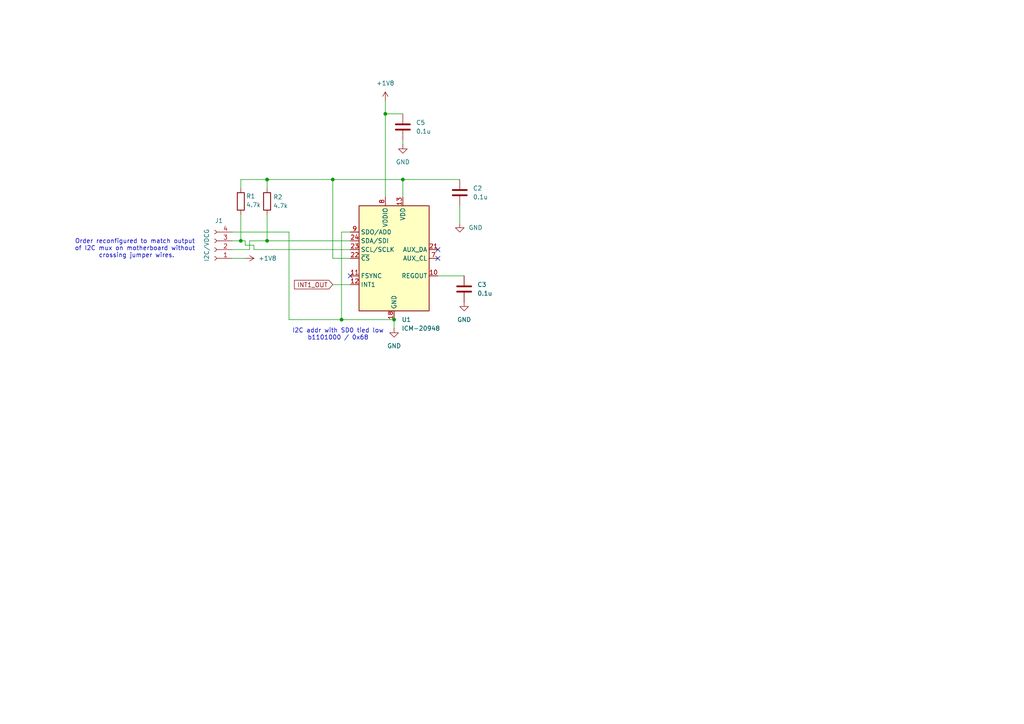
<source format=kicad_sch>
(kicad_sch (version 20231120) (generator "eeschema") (generator_version "8.0")
  (paper "A4")
  (title_block (title "IMU Module") (rev "1") (company "Capstone C6") (comment 1 "Anson Bridges"))
  (lib_symbols
    (symbol "Connector:Conn_01x04_Socket" (pin_names (offset 1.016) hide)
      (property "Reference" "J" (at 0 5.08 0))
      (property "Value" "Conn_01x04_Socket" (at 0 -7.62 0))
      (symbol "Conn_01x04_Socket_1_1"
        (arc (start 0 -4.572) (mid -0.5058 -5.08) (end 0 -5.588) (stroke (width 0.1524)))
        (arc (start 0 -2.032) (mid -0.5058 -2.54) (end 0 -3.048) (stroke (width 0.1524)))
        (polyline (pts (xy -1.27 -5.08) (xy -0.508 -5.08)) (stroke (width 0.1524)))
        (polyline (pts (xy -1.27 -2.54) (xy -0.508 -2.54)) (stroke (width 0.1524)))
        (polyline (pts (xy -1.27 0) (xy -0.508 0)) (stroke (width 0.1524)))
        (polyline (pts (xy -1.27 2.54) (xy -0.508 2.54)) (stroke (width 0.1524)))
        (arc (start 0 0.508) (mid -0.5058 0) (end 0 -0.508) (stroke (width 0.1524)))
        (arc (start 0 3.048) (mid -0.5058 2.54) (end 0 2.032) (stroke (width 0.1524)))
        (pin passive line (at -5.08 2.54 0) (length 3.81) (name "Pin_1") (number "1"))
        (pin passive line (at -5.08 0 0) (length 3.81) (name "Pin_2") (number "2"))
        (pin passive line (at -5.08 -2.54 0) (length 3.81) (name "Pin_3") (number "3"))
        (pin passive line (at -5.08 -5.08 0) (length 3.81) (name "Pin_4") (number "4"))
      )
    )
    (symbol "Device:C" (pin_numbers hide) (pin_names (offset 0.254))
      (property "Reference" "C" (at 0.635 2.54 0))
      (property "Value" "C" (at 0.635 -2.54 0))
      (symbol "C_0_1"
        (polyline (pts (xy -2.032 -0.762) (xy 2.032 -0.762)) (stroke (width 0.508)))
        (polyline (pts (xy -2.032 0.762) (xy 2.032 0.762)) (stroke (width 0.508)))
      )
      (symbol "C_1_1"
        (pin passive line (at 0 3.81 270) (length 2.794) (name "~") (number "1"))
        (pin passive line (at 0 -3.81 90) (length 2.794) (name "~") (number "2"))
      )
    )
    (symbol "Device:R" (pin_numbers hide) (pin_names (offset 0))
      (property "Reference" "R" (at 2.032 0 90))
      (property "Value" "R" (at 0 0 90))
      (symbol "R_0_1"
        (rectangle (start -1.016 -2.54) (end 1.016 2.54) (stroke (width 0.254)))
      )
      (symbol "R_1_1"
        (pin passive line (at 0 3.81 270) (length 1.27) (name "~") (number "1"))
        (pin passive line (at 0 -3.81 90) (length 1.27) (name "~") (number "2"))
      )
    )
    (symbol "Sensor_Motion:ICM-20948"
      (property "Reference" "U" (at -11.43 16.51 0))
      (property "Value" "ICM-20948" (at 7.62 -16.51 0))
      (symbol "ICM-20948_0_1"
        (rectangle (start -10.16 15.24) (end 10.16 -15.24) (stroke (width 0.254)) (fill (type background)))
      )
      (symbol "ICM-20948_1_1"
        (pin no_connect line (at -10.16 12.7 0) (length 2.54) hide (name "NC") (number "1"))
        (pin passive line (at 12.7 -5.08 180) (length 2.54) (name "REGOUT") (number "10"))
        (pin input line (at -12.7 -5.08 0) (length 2.54) (name "FSYNC") (number "11"))
        (pin output line (at -12.7 -7.62 0) (length 2.54) (name "INT1") (number "12"))
        (pin power_in line (at 2.54 17.78 270) (length 2.54) (name "VDD") (number "13"))
        (pin no_connect line (at 10.16 7.62 180) (length 2.54) hide (name "NC") (number "14"))
        (pin no_connect line (at 10.16 5.08 180) (length 2.54) hide (name "NC") (number "15"))
        (pin no_connect line (at 10.16 -7.62 180) (length 2.54) hide (name "NC") (number "16"))
        (pin no_connect line (at 10.16 -10.16 180) (length 2.54) hide (name "NC") (number "17"))
        (pin power_in line (at 0 -17.78 90) (length 2.54) (name "GND") (number "18"))
        (pin no_connect line (at 10.16 -12.7 180) (length 2.54) hide (name "RESV") (number "19"))
        (pin no_connect line (at -10.16 10.16 0) (length 2.54) hide (name "NC") (number "2"))
        (pin passive line (at 0 -17.78 90) (length 2.54) hide (name "GND") (number "20"))
        (pin bidirectional line (at 12.7 2.54 180) (length 2.54) (name "AUX_DA") (number "21"))
        (pin input line (at -12.7 0 0) (length 2.54) (name "~{CS}") (number "22"))
        (pin input line (at -12.7 2.54 0) (length 2.54) (name "SCL/SCLK") (number "23"))
        (pin bidirectional line (at -12.7 5.08 0) (length 2.54) (name "SDA/SDI") (number "24"))
        (pin no_connect line (at -10.16 -2.54 0) (length 2.54) hide (name "NC") (number "3"))
        (pin no_connect line (at -10.16 -10.16 0) (length 2.54) hide (name "NC") (number "4"))
        (pin no_connect line (at -10.16 -12.7 0) (length 2.54) hide (name "NC") (number "5"))
        (pin no_connect line (at 10.16 10.16 180) (length 2.54) hide (name "NC") (number "6"))
        (pin output line (at 12.7 0 180) (length 2.54) (name "AUX_CL") (number "7"))
        (pin power_in line (at -2.54 17.78 270) (length 2.54) (name "VDDIO") (number "8"))
        (pin bidirectional line (at -12.7 7.62 0) (length 2.54) (name "SDO/AD0") (number "9"))
      )
    )
    (symbol "power:+1V8" (power) (pin_numbers hide) (pin_names (offset 0) hide)
      (property "Value" "+1V8" (at 0 3.556 0))
      (symbol "+1V8_0_1"
        (polyline (pts (xy -0.762 1.27) (xy 0 2.54)))
        (polyline (pts (xy 0 0) (xy 0 2.54)))
        (polyline (pts (xy 0 2.54) (xy 0.762 1.27)))
      )
      (symbol "+1V8_1_1"
        (pin power_in line (at 0 0 90) (length 0) (name "~") (number "1"))
      )
    )
    (symbol "power:GND" (power) (pin_numbers hide) (pin_names (offset 0) hide)
      (property "Value" "GND" (at 0 -3.81 0))
      (symbol "GND_0_1"
        (polyline (pts (xy 0 0) (xy 0 -1.27) (xy 1.27 -1.27) (xy 0 -2.54) (xy -1.27 -1.27) (xy 0 -1.27)))
      )
      (symbol "GND_1_1"
        (pin power_in line (at 0 0 270) (length 0) (name "~") (number "1"))
      )
    )
  )
  (junction (at 111.76 33.02))
  (junction (at 69.85 69.85))
  (junction (at 77.47 69.85))
  (junction (at 96.52 52.07))
  (junction (at 99.06 92.71))
  (junction (at 114.3 92.71))
  (junction (at 77.47 52.07))
  (junction (at 116.84 52.07))
  (no_connect (at 127 74.93))
  (no_connect (at 127 72.39))
  (no_connect (at 101.6 80.01))
  (wire (pts (xy 71.12 69.85) (xy 71.12 71.12)))
  (wire (pts (xy 99.06 67.31) (xy 99.06 92.71)))
  (wire (pts (xy 72.39 72.39) (xy 67.31 72.39)))
  (wire (pts (xy 69.85 52.07) (xy 77.47 52.07)))
  (wire (pts (xy 111.76 33.02) (xy 111.76 57.15)))
  (wire (pts (xy 99.06 92.71) (xy 114.3 92.71)))
  (wire (pts (xy 69.85 69.85) (xy 71.12 69.85)))
  (wire (pts (xy 116.84 52.07) (xy 133.35 52.07)))
  (wire (pts (xy 133.35 59.69) (xy 133.35 64.77)))
  (wire (pts (xy 114.3 92.71) (xy 114.3 95.25)))
  (wire (pts (xy 96.52 74.93) (xy 101.6 74.93)))
  (wire (pts (xy 67.31 67.31) (xy 83.82 67.31)))
  (wire (pts (xy 116.84 40.64) (xy 116.84 41.91)))
  (wire (pts (xy 73.66 71.12) (xy 73.66 72.39)))
  (wire (pts (xy 67.31 69.85) (xy 69.85 69.85)))
  (wire (pts (xy 67.31 74.93) (xy 71.12 74.93)))
  (wire (pts (xy 71.12 71.12) (xy 73.66 71.12)))
  (wire (pts (xy 77.47 54.61) (xy 77.47 52.07)))
  (wire (pts (xy 101.6 67.31) (xy 99.06 67.31)))
  (wire (pts (xy 83.82 67.31) (xy 83.82 92.71)))
  (wire (pts (xy 96.52 82.55) (xy 101.6 82.55)))
  (wire (pts (xy 77.47 62.23) (xy 77.47 69.85)))
  (wire (pts (xy 72.39 69.85) (xy 72.39 72.39)))
  (wire (pts (xy 69.85 54.61) (xy 69.85 52.07)))
  (wire (pts (xy 83.82 92.71) (xy 99.06 92.71)))
  (wire (pts (xy 111.76 29.21) (xy 111.76 33.02)))
  (wire (pts (xy 77.47 52.07) (xy 96.52 52.07)))
  (wire (pts (xy 96.52 52.07) (xy 96.52 74.93)))
  (wire (pts (xy 72.39 69.85) (xy 77.47 69.85)))
  (wire (pts (xy 69.85 62.23) (xy 69.85 69.85)))
  (wire (pts (xy 73.66 72.39) (xy 101.6 72.39)))
  (wire (pts (xy 116.84 57.15) (xy 116.84 52.07)))
  (wire (pts (xy 77.47 69.85) (xy 101.6 69.85)))
  (wire (pts (xy 127 80.01) (xy 134.62 80.01)))
  (wire (pts (xy 96.52 52.07) (xy 116.84 52.07)))
  (wire (pts (xy 116.84 33.02) (xy 111.76 33.02)))
  (text "I2C addr with SD0 tied low\nb1101000 / 0x68" (at 98.044 97.028 0) (effects (font (size 1.27 1.27))))
  (text "Order reconfigured to match output \nof I2C mux on motherboard without \ncrossing jumper wires." (at 39.624 72.136 0) (effects (font (size 1.27 1.27))))
  (global_label "INT1_OUT" (shape input) (at 96.52 82.55 180) (property "Intersheetrefs" "${INTERSHEET_REFS}" (effects (hide yes))))
  (symbol (lib_id "power:+1V8") (at 71.12 74.93 270) (unit 1)
    (property "Reference" "#PWR03" (effects (hide yes)))
    (property "Value" "+1V8" (at 74.93 74.9299 90) (effects (justify left)))
    (property "Description" "Power symbol creates a global label with name \"+1V8\"" (effects (hide yes)))
  )
  (symbol (lib_id "Device:C") (at 116.84 36.83 180) (unit 1)
    (property "Reference" "C5" (at 120.65 35.5599 0) (effects (justify right)))
    (property "Value" "0.1u" (at 120.65 38.0999 0) (effects (justify right)))
    (property "Footprint" "Capacitor_SMD:C_0402_1005Metric" (effects (hide yes)))
    (property "Description" "Unpolarized capacitor" (effects (hide yes)))
  )
  (symbol (lib_id "Device:R") (at 77.47 58.42 180) (unit 1)
    (property "Reference" "R2" (at 79.248 57.15 0) (effects (justify right)))
    (property "Value" "4.7k" (at 79.248 59.69 0) (effects (justify right)))
    (property "Footprint" "Resistor_SMD:R_0603_1608Metric" (effects (hide yes)))
    (property "Description" "Resistor" (effects (hide yes)))
  )
  (symbol (lib_id "Connector:Conn_01x04_Socket") (at 62.23 72.39 180) (unit 1)
    (property "Reference" "J1" (at 63.5 64.008 0))
    (property "Value" "I2C/VDCG" (at 59.944 71.12 90))
    (property "Footprint" "Connector_PinSocket_2.54mm:PinSocket_1x04_P2.54mm_Horizontal" (effects (hide yes)))
    (property "Description" "Generic connector, single row, 01x04, script generated" (effects (hide yes)))
  )
  (symbol (lib_id "Device:C") (at 133.35 55.88 180) (unit 1)
    (property "Reference" "C2" (at 137.16 54.6099 0) (effects (justify right)))
    (property "Value" "0.1u" (at 137.16 57.1499 0) (effects (justify right)))
    (property "Footprint" "Capacitor_SMD:C_0402_1005Metric" (effects (hide yes)))
    (property "Description" "Unpolarized capacitor" (effects (hide yes)))
  )
  (symbol (lib_id "Device:C") (at 134.62 83.82 180) (unit 1)
    (property "Reference" "C3" (at 138.43 82.5499 0) (effects (justify right)))
    (property "Value" "0.1u" (at 138.43 85.0899 0) (effects (justify right)))
    (property "Footprint" "Capacitor_SMD:C_0402_1005Metric" (effects (hide yes)))
    (property "Description" "Unpolarized capacitor" (effects (hide yes)))
  )
  (symbol (lib_id "power:GND") (at 116.84 41.91 0) (unit 1)
    (property "Reference" "#PWR08" (effects (hide yes)))
    (property "Value" "GND" (at 116.84 46.99 0))
    (property "Description" "Power symbol creates a global label with name \"GND\" , ground" (effects (hide yes)))
  )
  (symbol (lib_id "power:+1V8") (at 111.76 29.21 0) (unit 1)
    (property "Reference" "#PWR09" (effects (hide yes)))
    (property "Value" "+1V8" (at 111.76 24.13 0))
    (property "Description" "Power symbol creates a global label with name \"+1V8\"" (effects (hide yes)))
  )
  (symbol (lib_id "Device:R") (at 69.85 58.42 180) (unit 1)
    (property "Reference" "R1" (at 71.374 56.896 0) (effects (justify right)))
    (property "Value" "4.7k" (at 71.374 59.436 0) (effects (justify right)))
    (property "Footprint" "Resistor_SMD:R_0603_1608Metric" (effects (hide yes)))
    (property "Description" "Resistor" (effects (hide yes)))
  )
  (symbol (lib_id "power:GND") (at 114.3 95.25 0) (unit 1)
    (property "Reference" "#PWR011" (effects (hide yes)))
    (property "Value" "GND" (at 114.3 100.33 0))
    (property "Description" "Power symbol creates a global label with name \"GND\" , ground" (effects (hide yes)))
  )
  (symbol (lib_id "power:GND") (at 133.35 64.77 0) (unit 1)
    (property "Reference" "#PWR01" (effects (hide yes)))
    (property "Value" "GND" (at 135.89 66.0399 0) (effects (justify left)))
    (property "Description" "Power symbol creates a global label with name \"GND\" , ground" (effects (hide yes)))
  )
  (symbol (lib_id "power:GND") (at 134.62 87.63 0) (unit 1)
    (property "Reference" "#PWR02" (effects (hide yes)))
    (property "Value" "GND" (at 134.62 92.71 0))
    (property "Description" "Power symbol creates a global label with name \"GND\" , ground" (effects (hide yes)))
  )
  (symbol (lib_id "Sensor_Motion:ICM-20948") (at 114.3 74.93 0) (unit 1)
    (property "Reference" "U1" (at 116.4941 92.71 0) (effects (justify left)))
    (property "Value" "ICM-20948" (at 116.4941 95.25 0) (effects (justify left)))
    (property "Footprint" "Sensor_Motion:InvenSense_QFN-24_3x3mm_P0.4mm" (effects (hide yes)))
    (property "Datasheet" "http://www.invensense.com/wp-content/uploads/2016/06/DS-000189-ICM-20948-v1.3.pdf" (effects (hide yes)))
    (property "Description" "InvenSense 9-Axis Motion Sensor, Accelerometer, Gyroscope, Compass, I2C/SPI, QFN-24" (effects (hide yes)))
  )
)
</source>
